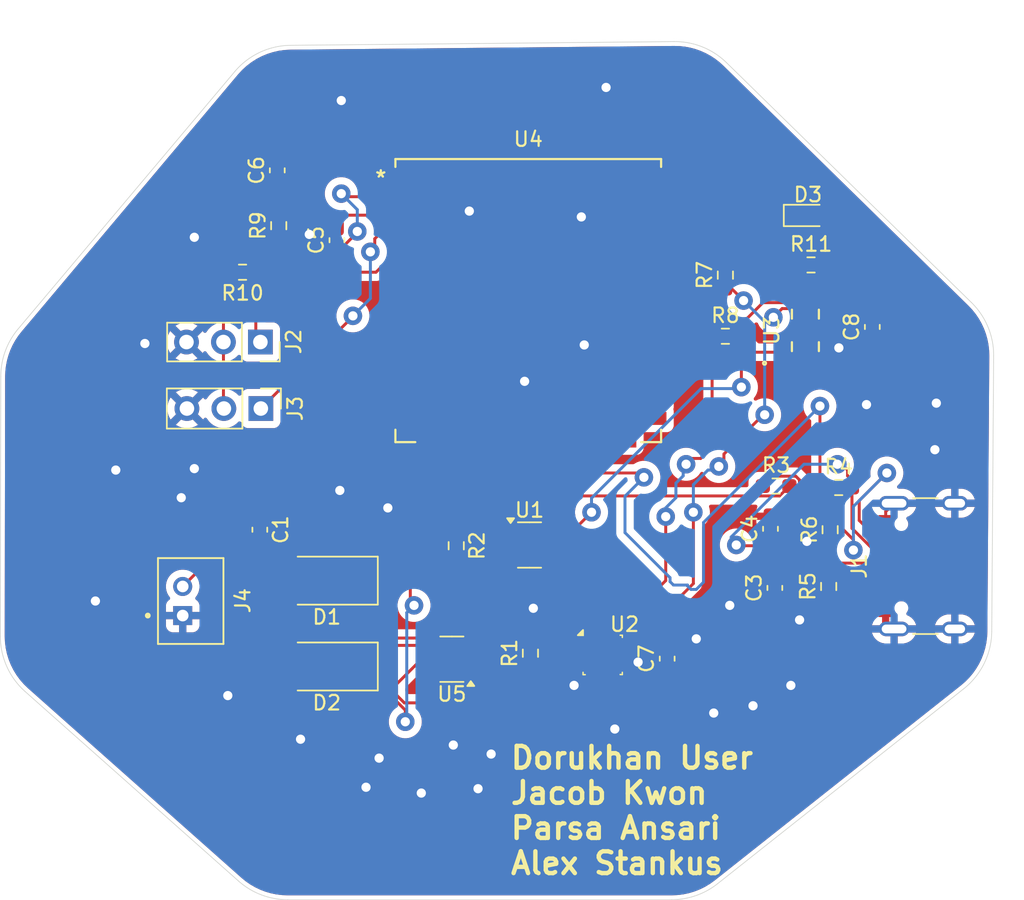
<source format=kicad_pcb>
(kicad_pcb (version 20241229) (generator "pcbnew") (generator_version "9.0")
  (layers (0 "F.Cu" signal) (2 "B.Cu" signal) (13 "F.Paste" user) (15 "B.Paste" user) (5 "F.SilkS" user "F.Silkscreen") (7 "B.SilkS" user "B.Silkscreen") (1 "F.Mask" user) (3 "B.Mask" user) (25 "Edge.Cuts" user))
  (net 0 "")
  (net 1 "Net-(D1-A)")
  (net 2 "GND")
  (net 3 "Net-(C3-Pad1)")
  (net 4 "Net-(C4-Pad1)")
  (net 5 "+3.3V")
  (net 6 "Net-(U4-EN)")
  (net 7 "Net-(D1-K)")
  (net 8 "+5V")
  (net 9 "Net-(J1-CC2)")
  (net 10 "Net-(J1-CC1)")
  (net 11 "/DATA")
  (net 12 "/AnalogOutput")
  (net 13 "Net-(U5-V_{SS})")
  (net 14 "Net-(U1-EN)")
  (net 15 "/D-")
  (net 16 "/D+")
  (net 17 "/SCL")
  (net 18 "/SDA")
  (net 51 "Net-(D3-A)")
  (footprint "Capacitor_SMD:C_0603_1608Metric_Pad1.08x0.95mm_HandSolder" (layer "F.Cu") (at 182.3 75.3625 90)
    (property "Reference" "C7")
    (property "Value" "100 nF")
  )
  (footprint "Capacitor_SMD:C_0603_1608Metric_Pad1.08x0.95mm_HandSolder" (layer "F.Cu") (at 189.7 70.5 90)
    (property "Reference" "C3")
    (property "Value" "47pF")
  )
  (footprint "Resistor_SMD:R_0603_1608Metric_Pad0.98x0.95mm_HandSolder" (layer "F.Cu") (at 193.5 66.5 90)
    (property "Reference" "R6")
    (property "Value" "5.1K")
  )
  (footprint "Package_TO_SOT_SMD:SOT-23-5" (layer "F.Cu") (at 172.8375 67.55)
    (property "Reference" "U1")
    (property "Value" "AP2112K-3.3")
  )
  (footprint "Resistor_SMD:R_0603_1608Metric_Pad0.98x0.95mm_HandSolder" (layer "F.Cu") (at 172.9 74.9875 90)
    (property "Reference" "R1")
    (property "Value" "2K")
  )
  (footprint "Capacitor_SMD:C_0603_1608Metric_Pad1.08x0.95mm_HandSolder" (layer "F.Cu") (at 155.5 41.8 90)
    (property "Reference" "C6")
    (property "Value" "0.1 uF")
  )
  (footprint "Capacitor_SMD:C_0603_1608Metric_Pad1.08x0.95mm_HandSolder" (layer "F.Cu") (at 196.4 52.5625 90)
    (property "Reference" "C8")
    (property "Value" "1 uF")
  )
  (footprint "Package_LGA:Bosch_LGA-8_2.5x2.5mm_P0.65mm_ClockwisePinNumbering" (layer "F.Cu") (at 177.8675 75.1025)
    (property "Reference" "U2")
    (property "Value" "BME280")
  )
  (footprint "Connector_USB:USB_C_Receptacle_GCT_USB4105-xx-A_16P_TopMnt_Horizontal" (layer "F.Cu") (at 201 69 90)
    (property "Reference" "J1")
    (property "Value" "USB_C_Receptacle_USB2.0_14P")
  )
  (footprint "1:LightEmmity" (layer "F.Cu") (at 183.4905 63.4952 90)
    (property "Reference" "U3")
    (property "Value" "BH1750FVI-TR")
  )
  (footprint "Resistor_SMD:R_0603_1608Metric_Pad0.98x0.95mm_HandSolder" (layer "F.Cu") (at 186.3 49 90)
    (property "Reference" "R7")
    (property "Value" "4.7K")
  )
  (footprint "Capacitor_SMD:C_0603_1608Metric_Pad1.08x0.95mm_HandSolder" (layer "F.Cu") (at 159.6 46.6 90)
    (property "Reference" "C5")
    (property "Value" "0.1 uF")
  )
  (footprint "Connector_PinHeader_2.54mm:PinHeader_1x03_P2.54mm_Vertical" (layer "F.Cu") (at 154.37 58.17 -90)
    (property "Reference" "J3")
    (property "Value" "Conn_01x03")
  )
  (footprint "Capacitor_SMD:C_0603_1608Metric_Pad1.08x0.95mm_HandSolder" (layer "F.Cu") (at 154.3 66.5 -90)
    (property "Reference" "C1")
    (property "Value" "4.7 uF")
  )
  (footprint "Resistor_SMD:R_0603_1608Metric_Pad0.98x0.95mm_HandSolder" (layer "F.Cu") (at 155.6 45.6 90)
    (property "Reference" "R9")
    (property "Value" "10K")
  )
  (footprint "Diode_SMD:D_0603_1608Metric_Pad1.05x0.95mm_HandSolder" (layer "F.Cu") (at 191.975 44.9)
    (property "Reference" "D3")
    (property "Value" "LED")
  )
  (footprint "Resistor_SMD:R_0603_1608Metric_Pad0.98x0.95mm_HandSolder" (layer "F.Cu") (at 192.1875 48.3)
    (property "Reference" "R11")
    (property "Value" "0.33K")
  )
  (footprint "Diode_SMD:D_SMA" (layer "F.Cu") (at 158.9 75.9 180)
    (property "Reference" "D2")
    (property "Value" "D")
  )
  (footprint "Resistor_SMD:R_0603_1608Metric_Pad0.98x0.95mm_HandSolder" (layer "F.Cu") (at 193.4 70.4 90)
    (property "Reference" "R5")
    (property "Value" "5.1K")
  )
  (footprint "Resistor_SMD:R_0603_1608Metric_Pad0.98x0.95mm_HandSolder" (layer "F.Cu") (at 186.3 53.2)
    (property "Reference" "R8")
    (property "Value" "4.7K")
  )
  (footprint "1:ESP32-S2-SOLO-2U_EXP" (layer "F.Cu") (at 152.8843 30.34)
    (property "Reference" "U4")
    (property "Value" "ESP32-S2-SOLO-2U-N4")
  )
  (footprint "Resistor_SMD:R_0603_1608Metric_Pad0.98x0.95mm_HandSolder" (layer "F.Cu") (at 167.8 67.6 -90)
    (property "Reference" "R2")
    (property "Value" "1K")
  )
  (footprint "Resistor_SMD:R_0603_1608Metric_Pad0.98x0.95mm_HandSolder" (layer "F.Cu") (at 153.1125 48.8 180)
    (property "Reference" "R10")
    (property "Value" "4.7K")
  )
  (footprint "Capacitor_SMD:C_0603_1608Metric_Pad1.08x0.95mm_HandSolder" (layer "F.Cu") (at 189.4 66.4375 90)
    (property "Reference" "C4")
    (property "Value" "47 pF")
  )
  (footprint "Connector_PinSocket_2.54mm:PinSocket_1x03_P2.54mm_Vertical" (layer "F.Cu") (at 154.34 53.6 -90)
    (property "Reference" "J2")
    (property "Value" "Conn_01x03")
  )
  (footprint "1:BatteryHead" (layer "F.Cu") (at 157.8 60.45 -90)
    (property "Reference" "J4")
    (property "Value" "B2B-PH-K-S")
  )
  (footprint "Resistor_SMD:R_0603_1608Metric_Pad0.98x0.95mm_HandSolder" (layer "F.Cu") (at 194.0875 63.6)
    (property "Reference" "R4")
    (property "Value" "25")
  )
  (footprint "Diode_SMD:D_SMA" (layer "F.Cu") (at 158.9 70 180)
    (property "Reference" "D1")
    (property "Value" "D")
  )
  (footprint "Resistor_SMD:R_0603_1608Metric_Pad0.98x0.95mm_HandSolder" (layer "F.Cu") (at 189.7875 63.5)
    (property "Reference" "R3")
    (property "Value" "25")
  )
  (footprint "Package_TO_SOT_SMD:SOT-23-5" (layer "F.Cu") (at 167.5 75.4 180)
    (property "Reference" "U5")
    (property "Value" "MCP73831-2-OT")
  )
  (gr_line (start 137.690074 52.696792) (end 152.5755 35.013443) (stroke (width 0.05)) (layer "Edge.Cuts"))
  (gr_line (start 182.61063 91.927878) (end 156.208612 91.927878) (stroke (width 0.05)) (layer "Edge.Cuts"))
  (gr_line (start 202.681953 77.432564) (end 185.764486 90.830289) (stroke (width 0.05)) (layer "Edge.Cuts"))
  (gr_arc (start 204.607973 73.485611) (mid 204.093548 75.677991) (end 202.681953 77.432564) (stroke (width 0.05)) (layer "Edge.Cuts"))
  (gr_arc (start 156.208612 91.927878) (mid 154.404379 91.596682) (end 152.835404 90.646281) (stroke (width 0.05)) (layer "Edge.Cuts"))
  (gr_line (start 186.380424 34.39879) (end 203.214755 50.886032) (stroke (width 0.05)) (layer "Edge.Cuts"))
  (gr_arc (start 185.764486 90.830289) (mid 184.280326 91.645653) (end 182.61063 91.927878) (stroke (width 0.05)) (layer "Edge.Cuts"))
  (gr_line (start 152.835404 90.646281) (end 138.17371 77.625822) (stroke (width 0.05)) (layer "Edge.Cuts"))
  (gr_line (start 136.466926 73.819018) (end 136.49646 55.959853) (stroke (width 0.05)) (layer "Edge.Cuts"))
  (gr_arc (start 138.17371 77.625822) (mid 136.91149 75.905716) (end 136.466926 73.819018) (stroke (width 0.05)) (layer "Edge.Cuts"))
  (gr_arc (start 136.49646 55.959853) (mid 136.805632 54.223109) (end 137.690074 52.696792) (stroke (width 0.05)) (layer "Edge.Cuts"))
  (gr_line (start 156.412401 33.205146) (end 182.776453 32.948353) (stroke (width 0.05)) (layer "Edge.Cuts"))
  (gr_arc (start 152.5755 35.013443) (mid 154.296186 33.689671) (end 156.412401 33.205146) (stroke (width 0.05)) (layer "Edge.Cuts"))
  (gr_arc (start 203.214755 50.886032) (mid 204.350247 52.563257) (end 204.740138 54.550812) (stroke (width 0.05)) (layer "Edge.Cuts"))
  (gr_line (start 204.740138 54.550812) (end 204.607973 73.485611) (stroke (width 0.05)) (layer "Edge.Cuts"))
  (gr_arc (start 182.776453 32.948353) (mid 184.722566 33.315451) (end 186.380424 34.39879) (stroke (width 0.05)) (layer "Edge.Cuts"))
  (gr_text "Dorukhan User\nJacob Kwon\nParsa Ansari\nAlex Stankus" (at 171.4 90.3 0) (layer "F.SilkS") (effects (font (size 1.5 1.5) (thickness 0.3) (bold yes)) (justify left bottom)))
  (segment (start 156.9 70) (end 160.8458 73.9458) (width 0.2032) (layer "F.Cu") (net 1))
  (segment (start 168.1333 73.9458) (end 168.6375 74.45) (width 0.2032) (layer "F.Cu") (net 1))
  (segment (start 156.9 68.2375) (end 156.9 70) (width 0.2032) (layer "F.Cu") (net 1))
  (segment (start 153.7625 65.6375) (end 154.3 65.6375) (width 0.2032) (layer "F.Cu") (net 1))
  (segment (start 154.3 65.6375) (end 156.9 68.2375) (width 0.2032) (layer "F.Cu") (net 1))
  (segment (start 149 70.4) (end 153.7625 65.6375) (width 0.2032) (layer "F.Cu") (net 1))
  (segment (start 160.8458 73.9458) (end 168.1333 73.9458) (width 0.2032) (layer "F.Cu") (net 1))
  (segment (start 192.299999 54.3) (end 191.8 54.3) (width 0.2032) (layer "F.Cu") (net 2))
  (segment (start 197.32 65.8) (end 197.32 65.255) (width 0.2032) (layer "F.Cu") (net 2))
  (segment (start 176.545 77.2) (end 177.5425 76.2025) (width 0.2032) (layer "F.Cu") (net 2))
  (segment (start 194.1 54) (end 192.599999 54) (width 0.2032) (layer "F.Cu") (net 2))
  (segment (start 192.7875 71.3125) (end 193.4 71.3125) (width 0.2032) (layer "F.Cu") (net 2))
  (segment (start 191.4 72.7) (end 192.7875 71.3125) (width 0.2032) (layer "F.Cu") (net 2))
  (segment (start 175.9 77.2) (end 176.545 77.2) (width 0.2032) (layer "F.Cu") (net 2))
  (segment (start 192.599999 54) (end 192.299999 54.3) (width 0.2032) (layer "F.Cu") (net 2))
  (segment (start 197.32 65.255) (end 197.895 64.68) (width 0.2032) (layer "F.Cu") (net 2))
  (segment (start 177.5425 76.2025) (end 177.5425 76.1275) (width 0.2032) (layer "F.Cu") (net 2))
  (via (at 188.2 78.6) (size 1.27) (drill 0.635) (layers "F.Cu" "B.Cu") (net 2))
  (via (at 184.3 74) (size 1.27) (drill 0.635) (layers "F.Cu" "B.Cu") (net 2))
  (via (at 176.6 53.8) (size 1.27) (drill 0.635) (layers "F.Cu" "B.Cu") (net 2))
  (via (at 186.6 71.7) (size 1.27) (drill 0.635) (layers "F.Cu" "B.Cu") (net 2))
  (via (at 200.8 57.8) (size 1.27) (drill 0.635) (layers "F.Cu" "B.Cu") (net 2))
  (via (at 170.2 81.919527) (size 1.27) (drill 0.635) (layers "F.Cu" "B.Cu") (net 2))
  (via (at 165.4 84.6) (size 1.27) (drill 0.635) (layers "F.Cu" "B.Cu") (net 2))
  (via (at 144.4 62.4) (size 1.27) (drill 0.635) (layers "F.Cu" "B.Cu") (net 2))
  (via (at 159.9 37) (size 1.27) (drill 0.635) (layers "F.Cu" "B.Cu") (net 2))
  (via (at 167.6 81.3) (size 1.27) (drill 0.635) (layers "F.Cu" "B.Cu") (net 2))
  (via (at 146.4 53.7) (size 1.27) (drill 0.635) (layers "F.Cu" "B.Cu") (net 2))
  (via (at 157.1 80.9) (size 1.27) (drill 0.635) (layers "F.Cu" "B.Cu") (net 2))
  (via (at 173.1 71.9) (size 1.27) (drill 0.635) (layers "F.Cu" "B.Cu") (net 2))
  (via (at 152.1 77.9) (size 1.27) (drill 0.635) (layers "F.Cu" "B.Cu") (net 2))
  (via (at 172.5 56.3) (size 1.27) (drill 0.635) (layers "F.Cu" "B.Cu") (net 2))
  (via (at 175.9 77.2) (size 1.27) (drill 0.635) (layers "F.Cu" "B.Cu") (net 2))
  (via (at 162.5 82.2) (size 1.27) (drill 0.635) (layers "F.Cu" "B.Cu") (net 2))
  (via (at 194.1 54) (size 1.27) (drill 0.635) (layers "F.Cu" "B.Cu") (net 2))
  (via (at 161.6 84.2) (size 1.27) (drill 0.635) (layers "F.Cu" "B.Cu") (net 2))
  (via (at 143 71.4) (size 1.27) (drill 0.635) (layers "F.Cu" "B.Cu") (net 2))
  (via (at 149.8 46.4) (size 1.27) (drill 0.635) (layers "F.Cu" "B.Cu") (net 2))
  (via (at 148.9 64.3) (size 1.27) (drill 0.635) (layers "F.Cu" "B.Cu") (net 2))
  (via (at 196 57.9) (size 1.27) (drill 0.635) (layers "F.Cu" "B.Cu") (net 2))
  (via (at 191.4 72.7) (size 1.27) (drill 0.635) (layers "F.Cu" "B.Cu") (net 2))
  (via (at 176.4 45) (size 1.27) (drill 0.635) (layers "F.Cu" "B.Cu") (net 2))
  (via (at 180.3 75.6) (size 1.27) (drill 0.635) (layers "F.Cu" "B.Cu") (net 2))
  (via (at 168.7 44.6) (size 1.27) (drill 0.635) (layers "F.Cu" "B.Cu") (net 2))
  (via (at 169.3 84.3) (size 1.27) (drill 0.635) (layers "F.Cu" "B.Cu") (net 2))
  (via (at 178.7 80.2) (size 1.27) (drill 0.635) (layers "F.Cu" "B.Cu") (net 2))
  (via (at 191.9 67.3) (size 1.27) (drill 0.635) (layers "F.Cu" "B.Cu") (net 2))
  (via (at 190.8 77.2) (size 1.27) (drill 0.635) (layers "F.Cu" "B.Cu") (net 2))
  (via (at 185.5 79.1) (size 1.27) (drill 0.635) (layers "F.Cu" "B.Cu") (net 2))
  (via (at 178.1 36.1) (size 1.27) (drill 0.635) (layers "F.Cu" "B.Cu") (net 2))
  (via (at 159.8 63.8) (size 1.27) (drill 0.635) (layers "F.Cu" "B.Cu") (net 2))
  (via (at 149.8 62.3) (size 1.27) (drill 0.635) (layers "F.Cu" "B.Cu") (net 2))
  (via (at 157.7 46.2) (size 1.27) (drill 0.635) (layers "F.Cu" "B.Cu") (net 2))
  (via (at 200.7 61) (size 1.27) (drill 0.635) (layers "F.Cu" "B.Cu") (net 2))
  (via (at 163.1 65) (size 1.27) (drill 0.635) (layers "F.Cu" "B.Cu") (net 2))
  (segment (start 196.5408 68.954201) (end 196.5408 69.1) (width 0.2032) (layer "F.Cu") (net 3))
  (segment (start 190.6 64.1792) (end 190.6 68.1) (width 0.2032) (layer "F.Cu") (net 3))
  (segment (start 196.2366 68.7958) (end 196.5408 69.1) (width 0.2032) (layer "F.Cu") (net 3))
  (segment (start 197.32 68.75) (end 196.745001 68.75) (width 0.2032) (layer "F.Cu") (net 3))
  (segment (start 189.7 71.3625) (end 192.2667 68.7958) (width 0.2032) (layer "F.Cu") (net 3))
  (segment (start 188.875 63.5) (end 189.5542 62.8208) (width 0.2032) (layer "F.Cu") (net 3))
  (segment (start 191.139538 64.1792) (end 190.6 64.1792) (width 0.2032) (layer "F.Cu") (net 3))
  (segment (start 191.139538 62.8208) (end 191.3917 63.072962) (width 0.2032) (layer "F.Cu") (net 3))
  (segment (start 190.6 68.1) (end 191.2958 68.7958) (width 0.2032) (layer "F.Cu") (net 3))
  (segment (start 191.3917 63.927038) (end 191.139538 64.1792) (width 0.2032) (layer "F.Cu") (net 3))
  (segment (start 191.2958 68.7958) (end 192.4 68.7958) (width 0.2032) (layer "F.Cu") (net 3))
  (segment (start 189.5542 62.8208) (end 191.139538 62.8208) (width 0.2032) (layer "F.Cu") (net 3))
  (segment (start 196.5408 69.5366) (end 196.7542 69.75) (width 0.2032) (layer "F.Cu") (net 3))
  (segment (start 192.2667 68.7958) (end 192.4 68.7958) (width 0.2032) (layer "F.Cu") (net 3))
  (segment (start 192.4 68.7958) (end 196.2366 68.7958) (width 0.2032) (layer "F.Cu") (net 3))
  (segment (start 191.3917 63.072962) (end 191.3917 63.927038) (width 0.2032) (layer "F.Cu") (net 3))
  (segment (start 196.5408 69.1) (end 196.5408 69.5366) (width 0.2032) (layer "F.Cu") (net 3))
  (segment (start 196.7542 69.75) (end 197.32 69.75) (width 0.2032) (layer "F.Cu") (net 3))
  (segment (start 196.745001 68.75) (end 196.5408 68.954201) (width 0.2032) (layer "F.Cu") (net 3))
  (segment (start 195 66.401926) (end 195 63.6) (width 0.2032) (layer "F.Cu") (net 4))
  (segment (start 194.7 62.4) (end 194.7 62.8) (width 0.2032) (layer "F.Cu") (net 4))
  (segment (start 189.1 67.6) (end 189.4 67.3) (width 0.2032) (layer "F.Cu") (net 4))
  (segment (start 194.7 62.8) (end 195 63.1) (width 0.2032) (layer "F.Cu") (net 4))
  (segment (start 198.0992 68.942726) (end 198.0992 68.3992) (width 0.2032) (layer "F.Cu") (net 4))
  (segment (start 197.95 68.25) (end 197.32 68.25) (width 0.2032) (layer "F.Cu") (net 4))
  (segment (start 194.3 62) (end 194.7 62.4) (width 0.2032) (layer "F.Cu") (net 4))
  (segment (start 198.0992 68.3992) (end 197.95 68.25) (width 0.2032) (layer "F.Cu") (net 4))
  (segment (start 197.32 69.25) (end 197.791926 69.25) (width 0.2032) (layer "F.Cu") (net 4))
  (segment (start 197.32 68.25) (end 196.848074 68.25) (width 0.2032) (layer "F.Cu") (net 4))
  (segment (start 196.848074 68.25) (end 195 66.401926) (width 0.2032) (layer "F.Cu") (net 4))
  (segment (start 195 63.1) (end 195 63.6) (width 0.2032) (layer "F.Cu") (net 4))
  (segment (start 197.791926 69.25) (end 198.0992 68.942726) (width 0.2032) (layer "F.Cu") (net 4))
  (segment (start 187.1 67.6) (end 189.1 67.6) (width 0.2032) (layer "F.Cu") (net 4))
  (segment (start 194.1 62) (end 194.3 62) (width 0.2032) (layer "F.Cu") (net 4))
  (via (at 187.05 67.55) (size 1.27) (drill 0.635) (layers "F.Cu" "B.Cu") (net 4))
  (via (at 194 62) (size 1.27) (drill 0.635) (layers "F.Cu" "B.Cu") (net 4))
  (segment (start 191.7 62) (end 186.7 67) (width 0.2032) (layer "B.Cu") (net 4))
  (segment (start 194.1 62) (end 194 62) (width 0.2032) (layer "B.Cu") (net 4))
  (segment (start 186.7 67) (end 186.7 67.2) (width 0.2032) (layer "B.Cu") (net 4))
  (segment (start 194 62) (end 191.7 62) (width 0.2032) (layer "B.Cu") (net 4))
  (segment (start 187.1 67.6) (end 187.05 67.55) (width 0.2032) (layer "B.Cu") (net 4))
  (segment (start 186.7 67.2) (end 187.05 67.55) (width 0.2032) (layer "B.Cu") (net 4))
  (segment (start 186.5125 48.3) (end 186.3 48.0875) (width 0.2032) (layer "F.Cu") (net 5))
  (segment (start 164 43.61) (end 164.3322 43.61) (width 0.2032) (layer "F.Cu") (net 5))
  (segment (start 178.1925 75.9441) (end 177.6509 75.4025) (width 0.2032) (layer "F.Cu") (net 5))
  (segment (start 175.8 66.6) (end 177.5425 68.3425) (width 0.2032) (layer "F.Cu") (net 5))
  (segment (start 151.8 58.14) (end 151.83 58.17) (width 0.2032) (layer "F.Cu") (net 5))
  (segment (start 164.3322 43.61) (end 168.4422 39.5) (width 0.2032) (layer "F.Cu") (net 5))
  (segment (start 155.6 46.5125) (end 156.6875 47.6) (width 0.2032) (layer "F.Cu") (net 5))
  (segment (start 151.8 49.2) (end 152.2 48.8) (width 0.2032) (layer "F.Cu") (net 5))
  (segment (start 176.8925 76.1275) (end 176.8925 76.0525) (width 0.2032) (layer "F.Cu") (net 5))
  (segment (start 187.4 54.6) (end 188.00625 53.99375) (width 0.2032) (layer "F.Cu") (net 5))
  (segment (start 191.300001 54.4143) (end 192.185701 55.3) (width 0.2032) (layer "F.Cu") (net 5))
  (segment (start 191.275 49.175) (end 191.275 48.3) (width 0.2032) (layer "F.Cu") (net 5))
  (segment (start 159.9 43.4) (end 160.11 43.61) (width 0.2032) (layer "F.Cu") (net 5))
  (segment (start 191.275 48.3) (end 186.5125 48.3) (width 0.2032) (layer "F.Cu") (net 5))
  (segment (start 180.795 77.205) (end 180.875 77.125) (width 0.2032) (layer "F.Cu") (net 5))
  (segment (start 155.6 46.5125) (end 154.4875 46.5125) (width 0.2032) (layer "F.Cu") (net 5))
  (segment (start 188.3125 54.3) (end 188.00625 53.99375) (width 0.2032) (layer "F.Cu") (net 5))
  (segment (start 176.8925 76.0525) (end 177.5425 75.4025) (width 0.2032) (layer "F.Cu") (net 5))
  (segment (start 175.8 66.6) (end 177.1 65.3) (width 0.2032) (layer "F.Cu") (net 5))
  (segment (start 180.875 77.125) (end 181.4 77.125) (width 0.2032) (layer "F.Cu") (net 5))
  (segment (start 182.7 39.5) (end 186.3 43.1) (width 0.2032) (layer "F.Cu") (net 5))
  (segment (start 159.6 47.4625) (end 161 46.0625) (width 0.2032) (layer "F.Cu") (net 5))
  (segment (start 178.1925 76.1275) (end 178.1925 76.2025) (width 0.2032) (layer "F.Cu") (net 5))
  (segment (start 159.4625 47.6) (end 159.6 47.4625) (width 0.2032) (layer "F.Cu") (net 5))
  (segment (start 151.8 53.6) (end 151.8 58.14) (width 0.2032) (layer "F.Cu") (net 5))
  (segment (start 187.4 56.7) (end 187.4 54.6) (width 0.2032) (layer "F.Cu") (net 5))
  (segment (start 161 46.0625) (end 161 46) (width 0.2032) (layer "F.Cu") (net 5))
  (segment (start 168.4422 39.5) (end 182.7 39.5) (width 0.2032) (layer "F.Cu") (net 5))
  (segment (start 187.4 56.8) (end 187.4 56.7) (width 0.2032) (layer "F.Cu") (net 5))
  (segment (start 191.300001 54.5) (end 191.300001 54.3) (width 0.2032) (layer "F.Cu") (net 5))
  (segment (start 193.6 51.5) (end 191.275 49.175) (width 0.2032) (layer "F.Cu") (net 5))
  (segment (start 177.6509 75.4025) (end 177.5425 75.4025) (width 0.2032) (layer "F.Cu") (net 5))
  (segment (start 195.8 55.3) (end 196.4 54.7) (width 0.2032) (layer "F.Cu") (net 5))
  (segment (start 161 46) (end 161 45.9) (width 0.2032) (layer "F.Cu") (net 5))
  (segment (start 177.5425 68.3425) (end 177.5425 74.0775) (width 0.2032) (layer "F.Cu") (net 5))
  (segment (start 151.8 53.6) (end 151.8 49.2) (width 0.2032) (layer "F.Cu") (net 5))
  (segment (start 173.975 66.6) (end 175.8 66.6) (width 0.2032) (layer "F.Cu") (net 5))
  (segment (start 156.6875 47.6) (end 159.4625 47.6) (width 0.2032) (layer "F.Cu") (net 5))
  (segment (start 193.6 51.8) (end 194.775 51.8) (width 0.2032) (layer "F.Cu") (net 5))
  (segment (start 179.195 77.205) (end 180.795 77.205) (width 0.2032) (layer "F.Cu") (net 5))
  (segment (start 192.1857 51.8) (end 193.6 51.8) (width 0.2032) (layer "F.Cu") (net 5))
  (segment (start 192.185701 55.3) (end 195.8 55.3) (width 0.2032) (layer "F.Cu") (net 5))
  (segment (start 191.300001 54.3) (end 191.300001 54.4143) (width 0.2032) (layer "F.Cu") (net 5))
  (segment (start 178.1925 76.1275) (end 178.1925 75.9441) (width 0.2032) (layer "F.Cu") (net 5))
  (segment (start 191.8 51.3) (end 191.8 51.4143) (width 0.2032) (layer "F.Cu") (net 5))
  (segment (start 177.5425 75.4025) (end 177.5425 74.0775) (width 0.2032) (layer "F.Cu") (net 5))
  (segment (start 181.4 77.125) (end 182.3 76.225) (width 0.2032) (layer "F.Cu") (net 5))
  (segment (start 193.6 51.8) (end 193.6 51.5) (width 0.2032) (layer "F.Cu") (net 5))
  (segment (start 194.775 51.8) (end 196.4 53.425) (width 0.2032) (layer "F.Cu") (net 5))
  (segment (start 178.1925 76.2025) (end 179.195 77.205) (width 0.2032) (layer "F.Cu") (net 5))
  (segment (start 160.11 43.61) (end 164 43.61) (width 0.2032) (layer "F.Cu") (net 5))
  (segment (start 186.3 43.1) (end 186.3 48.0875) (width 0.2032) (layer "F.Cu") (net 5))
  (segment (start 196.4 54.7) (end 196.4 53.425) (width 0.2032) (layer "F.Cu") (net 5))
  (segment (start 154.4875 46.5125) (end 152.2 48.8) (width 0.2032) (layer "F.Cu") (net 5))
  (segment (start 191.8 51.4143) (end 192.1857 51.8) (width 0.2032) (layer "F.Cu") (net 5))
  (segment (start 191.300001 54.3) (end 188.3125 54.3) (width 0.2032) (layer "F.Cu") (net 5))
  (segment (start 188.00625 53.99375) (end 187.2125 53.2) (width 0.2032) (layer "F.Cu") (net 5))
  (via (at 159.9 43.4) (size 1.27) (drill 0.635) (layers "F.Cu" "B.Cu") (net 5))
  (via (at 187.4 56.7) (size 1.27) (drill 0.635) (layers "F.Cu" "B.Cu") (net 5))
  (via (at 161 46) (size 1.27) (drill 0.635) (layers "F.Cu" "B.Cu") (net 5))
  (via (at 177.1 65.3) (size 1.27) (drill 0.635) (layers "F.Cu" "B.Cu") (net 5))
  (segment (start 177.1 65.3) (end 177.1 64.328374) (width 0.2032) (layer "B.Cu") (net 5))
  (segment (start 161 44.5) (end 159.9 43.4) (width 0.2032) (layer "B.Cu") (net 5))
  (segment (start 177.1 64.328374) (end 184.628374 56.8) (width 0.2032) (layer "B.Cu") (net 5))
  (segment (start 161 45.9) (end 161 44.5) (width 0.2032) (layer "B.Cu") (net 5))
  (segment (start 184.628374 56.8) (end 187.4 56.8) (width 0.2032) (layer "B.Cu") (net 5))
  (segment (start 155.6875 44.6875) (end 155.88 44.88) (width 0.2032) (layer "F.Cu") (net 6))
  (segment (start 155.5 44.5875) (end 155.6 44.6875) (width 0.2032) (layer "F.Cu") (net 6))
  (segment (start 155.6 44.6875) (end 155.6875 44.6875) (width 0.2032) (layer "F.Cu") (net 6))
  (segment (start 155.88 44.88) (end 164 44.88) (width 0.2032) (layer "F.Cu") (net 6))
  (segment (start 155.5 42.6625) (end 155.5 44.5875) (width 0.2032) (layer "F.Cu") (net 6))
  (segment (start 160.9 70) (end 164.4875 70) (width 0.2032) (layer "F.Cu") (net 7))
  (segment (start 164.9 71.7) (end 164.64375 71.44375) (width 0.2032) (layer "F.Cu") (net 7))
  (segment (start 167.8 66.6875) (end 171.6125 66.6875) (width 0.2032) (layer "F.Cu") (net 7))
  (segment (start 171.6125 66.6875) (end 171.7 66.6) (width 0.2032) (layer "F.Cu") (net 7))
  (segment (start 164.64375 71.44375) (end 164.64375 69.84375) (width 0.2032) (layer "F.Cu") (net 7))
  (segment (start 164.3 78.9) (end 161.3 75.9) (width 0.2032) (layer "F.Cu") (net 7))
  (segment (start 164.3 79.7) (end 164.3 78.9) (width 0.2032) (layer "F.Cu") (net 7))
  (segment (start 164.64375 69.84375) (end 167.8 66.6875) (width 0.2032) (layer "F.Cu") (net 7))
  (segment (start 161.3 75.9) (end 160.9 75.9) (width 0.2032) (layer "F.Cu") (net 7))
  (segment (start 164.4875 70) (end 164.64375 69.84375) (width 0.2032) (layer "F.Cu") (net 7))
  (via (at 164.9 71.7) (size 1.27) (drill 0.635) (layers "F.Cu" "B.Cu") (net 7))
  (via (at 164.3 79.7) (size 1.27) (drill 0.635) (layers "F.Cu" "B.Cu") (net 7))
  (segment (start 164.3 79.7) (end 164.4 79.6) (width 0.2032) (layer "B.Cu") (net 7))
  (segment (start 164.4 79.6) (end 164.4 72.2) (width 0.2032) (layer "B.Cu") (net 7))
  (segment (start 164.4 72.2) (end 164.9 71.7) (width 0.2032) (layer "B.Cu") (net 7))
  (segment (start 156.9 75.9) (end 158.35 74.45) (width 0.2032) (layer "F.Cu") (net 8))
  (segment (start 164.232466 78.4) (end 182.8 78.4) (width 0.2032) (layer "F.Cu") (net 8))
  (segment (start 199.5 68.205001) (end 199.5 70.6) (width 0.2032) (layer "F.Cu") (net 8))
  (segment (start 192.6 74.1) (end 195.3 71.4) (width 0.2032) (layer "F.Cu") (net 8))
  (segment (start 163.7 77.1125) (end 163.7 77.867534) (width 0.2032) (layer "F.Cu") (net 8))
  (segment (start 198.63425 71.3124) (end 198.15575 71.3124) (width 0.2032) (layer "F.Cu") (net 8))
  (segment (start 158.35 74.45) (end 166.3625 74.45) (width 0.2032) (layer "F.Cu") (net 8))
  (segment (start 182.8 78.4) (end 187.1 74.1) (width 0.2032) (layer "F.Cu") (net 8))
  (segment (start 199.5 70.6) (end 198.710925 71.389075) (width 0.2032) (layer "F.Cu") (net 8))
  (segment (start 197.32 66.6) (end 197.894999 66.6) (width 0.2032) (layer "F.Cu") (net 8))
  (segment (start 166.3625 74.45) (end 163.7 77.1125) (width 0.2032) (layer "F.Cu") (net 8))
  (segment (start 195.3 71.4) (end 197.32 71.4) (width 0.2032) (layer "F.Cu") (net 8))
  (segment (start 198.06815 71.4) (end 197.32 71.4) (width 0.2032) (layer "F.Cu") (net 8))
  (segment (start 197.894999 66.6) (end 199.5 68.205001) (width 0.2032) (layer "F.Cu") (net 8))
  (segment (start 187.1 74.1) (end 192.6 74.1) (width 0.2032) (layer "F.Cu") (net 8))
  (segment (start 163.7 77.867534) (end 164.232466 78.4) (width 0.2032) (layer "F.Cu") (net 8))
  (segment (start 198.15575 71.3124) (end 198.06815 71.4) (width 0.2032) (layer "F.Cu") (net 8))
  (segment (start 198.710925 71.389075) (end 198.63425 71.3124) (width 0.2032) (layer "F.Cu") (net 8))
  (segment (start 196.889928 67.25) (end 195.5 65.860072) (width 0.2032) (layer "F.Cu") (net 9))
  (segment (start 195.1 67.9) (end 195.1 67.1875) (width 0.2032) (layer "F.Cu") (net 9))
  (segment (start 195.1 67.1875) (end 193.5 65.5875) (width 0.2032) (layer "F.Cu") (net 9))
  (segment (start 195.5 65.860072) (end 195.5 64.5) (width 0.2032) (layer "F.Cu") (net 9))
  (segment (start 197.32 67.25) (end 196.889928 67.25) (width 0.2032) (layer "F.Cu") (net 9))
  (segment (start 195.5 64.5) (end 197.4 62.6) (width 0.2032) (layer "F.Cu") (net 9))
  (via (at 197.4 62.6) (size 1.27) (drill 0.635) (layers "F.Cu" "B.Cu") (net 9))
  (via (at 195.1 67.9) (size 1.27) (drill 0.635) (layers "F.Cu" "B.Cu") (net 9))
  (segment (start 197.4 62.6) (end 195.1 64.9) (width 0.2032) (layer "B.Cu") (net 9))
  (segment (start 195.1 64.9) (end 195.1 67.9) (width 0.2032) (layer "B.Cu") (net 9))
  (segment (start 194.1625 70.25) (end 193.4 69.4875) (width 0.2032) (layer "F.Cu") (net 10))
  (segment (start 197.32 70.25) (end 194.1625 70.25) (width 0.2032) (layer "F.Cu") (net 10))
  (segment (start 163.6678 47.42) (end 164 47.42) (width 0.2032) (layer "F.Cu") (net 11))
  (segment (start 154.025 48.8) (end 154.025 53.285) (width 0.2032) (layer "F.Cu") (net 11))
  (segment (start 154.025 48.8) (end 162.2878 48.8) (width 0.2032) (layer "F.Cu") (net 11))
  (segment (start 154.025 53.285) (end 154.34 53.6) (width 0.2032) (layer "F.Cu") (net 11))
  (segment (start 162.2878 48.8) (end 163.6678 47.42) (width 0.2032) (layer "F.Cu") (net 11))
  (segment (start 162.2 46.5) (end 162.55 46.15) (width 0.2032) (layer "F.Cu") (net 12))
  (segment (start 154.37 58.17) (end 160.7 51.84) (width 0.2032) (layer "F.Cu") (net 12))
  (segment (start 162.55 46.15) (end 164 46.15) (width 0.2032) (layer "F.Cu") (net 12))
  (segment (start 160.7 51.84) (end 160.7 51.8) (width 0.2032) (layer "F.Cu") (net 12))
  (segment (start 162.2 47.1) (end 162.2 46.5) (width 0.2032) (layer "F.Cu") (net 12))
  (segment (start 161.9 47.4) (end 162.2 47.1) (width 0.2032) (layer "F.Cu") (net 12))
  (via (at 161.9 47.4) (size 1.27) (drill 0.635) (layers "F.Cu" "B.Cu") (net 12))
  (via (at 160.7 51.8) (size 1.27) (drill 0.635) (layers "F.Cu" "B.Cu") (net 12))
  (segment (start 161.9 50.6) (end 160.7 51.8) (width 0.2032) (layer "B.Cu") (net 12))
  (segment (start 161.9 47.4) (end 161.9 50.6) (width 0.2032) (layer "B.Cu") (net 12))
  (segment (start 172.4 75.4) (end 168.6375 75.4) (width 0.2032) (layer "F.Cu") (net 13))
  (segment (start 172.9 75.9) (end 172.4 75.4) (width 0.2032) (layer "F.Cu") (net 13))
  (segment (start 171.6875 68.5125) (end 171.7 68.5) (width 0.2032) (layer "F.Cu") (net 14))
  (segment (start 167.8 68.5125) (end 171.6875 68.5125) (width 0.2032) (layer "F.Cu") (net 14))
  (segment (start 190.0224 64.1776) (end 167.7286 64.1776) (width 0.2) (layer "F.Cu") (net 15))
  (segment (start 163.72 57.58) (end 164 57.58) (width 0.2) (layer "F.Cu") (net 15))
  (segment (start 167.7286 64.1776) (end 163.0481 59.4971) (width 0.2) (layer "F.Cu") (net 15))
  (segment (start 190.7 63.5) (end 190.0224 64.1776) (width 0.2) (layer "F.Cu") (net 15))
  (segment (start 163.0481 58.2519) (end 163.72 57.58) (width 0.2) (layer "F.Cu") (net 15))
  (segment (start 163.0481 59.4971) (end 163.0481 58.2519) (width 0.2) (layer "F.Cu") (net 15))
  (segment (start 164 59.934002) (end 164 58.85) (width 0.2) (layer "F.Cu") (net 16))
  (segment (start 166.665998 62.6) (end 164 59.934002) (width 0.2) (layer "F.Cu") (net 16))
  (segment (start 180.7 62.9) (end 180.4 62.6) (width 0.2) (layer "F.Cu") (net 16))
  (segment (start 180.4 62.6) (end 166.665998 62.6) (width 0.2) (layer "F.Cu") (net 16))
  (segment (start 192.8 63.225) (end 193.175 63.6) (width 0.2) (layer "F.Cu") (net 16))
  (segment (start 192.8 58) (end 192.8 63.225) (width 0.2) (layer "F.Cu") (net 16))
  (via (at 180.7 62.9) (size 1.27) (drill 0.635) (layers "F.Cu" "B.Cu") (net 16))
  (via (at 192.8 58) (size 1.27) (drill 0.635) (layers "F.Cu" "B.Cu") (net 16))
  (segment (start 182.4974 69.7974) (end 182.4974 70.066763) (width 0.2) (layer "B.Cu") (net 16))
  (segment (start 183.6974 70.3026) (end 183.6974 70.366763) (width 0.2) (layer "B.Cu") (net 16))
  (segment (start 179.4 64.2) (end 179.4 66.7) (width 0.2) (layer "B.Cu") (net 16))
  (segment (start 184.3 70.6026) (end 184.8 70.1026) (width 0.2) (layer "B.Cu") (net 16))
  (segment (start 182.733237 70.3026) (end 183.6974 70.3026) (width 0.2) (layer "B.Cu") (net 16))
  (segment (start 179.4 66.7) (end 182.4974 69.7974) (width 0.2) (layer "B.Cu") (net 16))
  (segment (start 184.8 66) (end 192.8 58) (width 0.2) (layer "B.Cu") (net 16))
  (segment (start 184.8 70.1026) (end 184.8 66) (width 0.2) (layer "B.Cu") (net 16))
  (segment (start 182.4974 70.066763) (end 182.733237 70.3026) (width 0.2) (layer "B.Cu") (net 16))
  (segment (start 180.7 62.9) (end 179.4 64.2) (width 0.2) (layer "B.Cu") (net 16))
  (segment (start 183.6974 70.366763) (end 183.933237 70.6026) (width 0.2) (layer "B.Cu") (net 16))
  (segment (start 183.933237 70.6026) (end 184.3 70.6026) (width 0.2) (layer "B.Cu") (net 16))
  (segment (start 190.2 51.3) (end 191.300001 51.3) (width 0.2032) (layer "F.Cu") (net 17))
  (segment (start 187.55 50.75) (end 186.7125 49.9125) (width 0.2032) (layer "F.Cu") (net 17))
  (segment (start 181.54 50) (end 181.5 49.96) (width 0.2032) (layer "F.Cu") (net 17))
  (segment (start 180.2225 74.0775) (end 178.8425 74.0775) (width 0.2032) (layer "F.Cu") (net 17))
  (segment (start 188.9 58.6) (end 189 58.6) (width 0.2032) (layer "F.Cu") (net 17))
  (segment (start 189.55 51.95) (end 189.6 51.9) (width 0.2032) (layer "F.Cu") (net 17))
  (segment (start 186.7125 49.9125) (end 186.3 49.9125) (width 0.2032) (layer "F.Cu") (net 17))
  (segment (start 184.1 70.2) (end 180.2225 74.0775) (width 0.2032) (layer "F.Cu") (net 17))
  (segment (start 185.9 62.1) (end 186.2 61.8) (width 0.2032) (layer "F.Cu") (net 17))
  (segment (start 189.6 51.9) (end 190.2 51.3) (width 0.2032) (layer "F.Cu") (net 17))
  (segment (start 186.2525 49.96) (end 186.3 49.9125) (width 0.2032) (layer "F.Cu") (net 17))
  (segment (start 186.2 61.8) (end 186.2 61.3) (width 0.2032) (layer "F.Cu") (net 17))
  (segment (start 184.1 65.4) (end 184.1 70.2) (width 0.2032) (layer "F.Cu") (net 17))
  (segment (start 186.2 61.3) (end 188.9 58.6) (width 0.2032) (layer "F.Cu") (net 17))
  (segment (start 181.5 49.96) (end 186.2525 49.96) (width 0.2032) (layer "F.Cu") (net 17))
  (via (at 187.55 50.75) (size 1.27) (drill 0.635) (layers "F.Cu" "B.Cu") (net 17))
  (via (at 185.85 62.15) (size 1.27) (drill 0.635) (layers "F.Cu" "B.Cu") (net 17))
  (via (at 189 58.6) (size 1.27) (drill 0.635) (layers "F.Cu" "B.Cu") (net 17))
  (via (at 189.6 51.9) (size 1.27) (drill 0.635) (layers "F.Cu" "B.Cu") (net 17))
  (via (at 184.1 65.3) (size 1.27) (drill 0.635) (layers "F.Cu" "B.Cu") (net 17))
  (segment (start 188.9 52.1) (end 187.55 50.75) (width 0.2032) (layer "B.Cu") (net 17))
  (segment (start 184.1 63.4) (end 184.1 65.3) (width 0.2032) (layer "B.Cu") (net 17))
  (segment (start 185.1 62.4) (end 184.1 63.4) (width 0.2032) (layer "B.Cu") (net 17))
  (segment (start 189.4 52.1) (end 188.9 52.1) (width 0.2032) (layer "B.Cu") (net 17))
  (segment (start 189.55 51.95) (end 189.4 52.1) (width 0.2032) (layer "B.Cu") (net 17))
  (segment (start 185.85 62.15) (end 185.6 62.4) (width 0.2032) (layer "B.Cu") (net 17))
  (segment (start 189 58.6) (end 189 52.2) (width 0.2032) (layer "B.Cu") (net 17))
  (segment (start 185.6 62.4) (end 185.1 62.4) (width 0.2032) (layer "B.Cu") (net 17))
  (segment (start 184.1 65.3) (end 184.1 65.4) (width 0.2032) (layer "B.Cu") (net 17))
  (segment (start 185.9 62.1) (end 185.85 62.15) (width 0.2032) (layer "B.Cu") (net 17))
  (segment (start 189 52.2) (end 188.9 52.1) (width 0.2032) (layer "B.Cu") (net 17))
  (segment (start 192.006899 50.8926) (end 188.879026 50.8926) (width 0.2032) (layer "F.Cu") (net 18))
  (segment (start 192.299999 51.3) (end 192.299999 51.1857) (width 0.2032) (layer "F.Cu") (net 18))
  (segment (start 184.6 61.6) (end 185.3875 60.8125) (width 0.2032) (layer "F.Cu") (net 18))
  (segment (start 182.2 69.995) (end 178.1925 74.0025) (width 0.2032) (layer "F.Cu") (net 18))
  (segment (start 184 61.6) (end 184.6 61.6) (width 0.2032) (layer "F.Cu") (net 18))
  (segment (start 188.879026 50.8926) (end 187.250826 52.5208) (width 0.2032) (layer "F.Cu") (net 18))
  (segment (start 185.3875 60.8125) (end 185.3875 53.2) (width 0.2032) (layer "F.Cu") (net 18))
  (segment (start 183.4175 51.23) (end 181.5 51.23) (width 0.2032) (layer "F.Cu") (net 18))
  (segment (start 183.7 61.9) (end 184 61.6) (width 0.2032) (layer "F.Cu") (net 18))
  (segment (start 186.0667 52.5208) (end 185.3875 53.2) (width 0.2032) (layer "F.Cu") (net 18))
  (segment (start 187.250826 52.5208) (end 186.0667 52.5208) (width 0.2032) (layer "F.Cu") (net 18))
  (segment (start 192.299999 51.1857) (end 192.006899 50.8926) (width 0.2032) (layer "F.Cu") (net 18))
  (segment (start 182.2 65.6) (end 182.2 69.995) (width 0.2032) (layer "F.Cu") (net 18))
  (segment (start 178.1925 74.0025) (end 178.1925 74.0775) (width 0.2032) (layer "F.Cu") (net 18))
  (segment (start 185.3875 53.2) (end 183.4175 51.23) (width 0.2032) (layer "F.Cu") (net 18))
  (via (at 182.2 65.6) (size 1.27) (drill 0.635) (layers "F.Cu" "B.Cu") (net 18))
  (via (at 183.6 62) (size 1.27) (drill 0.635) (layers "F.Cu" "B.Cu") (net 18))
  (segment (start 182.9 63.3) (end 183.4 62.8) (width 0.2032) (layer "B.Cu") (net 18))
  (segment (start 183.4 62.8) (end 183.4 62.2) (width 0.2032) (layer "B.Cu") (net 18))
  (segment (start 183.4 62.2) (end 183.6 62) (width 0.2032) (layer "B.Cu") (net 18))
  (segment (start 182.2 65.6) (end 182.2 65) (width 0.2032) (layer "B.Cu") (net 18))
  (segment (start 182.2 65) (end 182.9 64.3) (width 0.2032) (layer "B.Cu") (net 18))
  (segment (start 183.7 61.9) (end 183.6 62) (width 0.2032) (layer "B.Cu") (net 18))
  (segment (start 182.9 64.3) (end 182.9 63.3) (width 0.2032) (layer "B.Cu") (net 18))
  (segment (start 192.85 44.9) (end 192.85 48.05) (width 0.2032) (layer "F.Cu") (net 51))
  (segment (start 192.85 48.05) (end 193.1 48.3) (width 0.2032) (layer "F.Cu") (net 51))
  (zone (net 2) (net_name "GND") (layers "F.Cu" "B.Cu") (connect_pads (clearance 0.5)) (min_thickness 0.25) (fill yes (thermal_gap 0.5) (thermal_bridge_width 0.5))
    (polygon (pts (xy 154.1 33.2) (xy 184.9 32.9) (xy 204.8 52.4) (xy 204.6 75.9) (xy 184.4 91.9) (xy 154.3 91.9) (xy 136.5 76.1) (xy 136.5 54.1)))
  )
)
</source>
